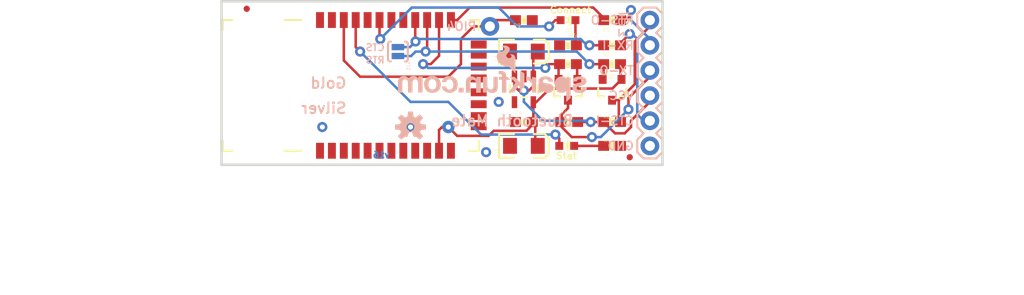
<source format=kicad_pcb>
(kicad_pcb (version 20211014) (generator pcbnew)
  (layers (0 "F.Cu" signal) (31 "B.Cu" signal) (34 "B.Paste" user) (35 "F.Paste" user) (36 "B.SilkS" user "B.Silkscreen") (37 "F.SilkS" user "F.Silkscreen") (38 "B.Mask" user) (39 "F.Mask" user) (44 "Edge.Cuts" user))
  (net 0 "")
  (net 1 "GND")
  (net 2 "TX")
  (net 3 "3.3V")
  (net 4 "TX_5V")
  (net 5 "D1")
  (net 6 "RX")
  (net 7 "RX_5V")
  (net 8 "VCC")
  (net 9 "RTS")
  (net 10 "RTS_5V")
  (net 11 "CTS")
  (net 12 "CTS_5V")
  (net 13 "D2")
  (net 14 "N$1")
  (net 15 "N$2")
  (net 16 "PIO4")
  (footprint "boardEagle:FIDUCIAL-1X2.5" (layer "F.Cu") (at 167.4241 112.4966)
    (fp_text reference "JP4" hide)
    (fp_text value "FIDUCIAL1X2.5" hide)
    (pad "1" smd roundrect (at 0 0) (size 0.635 0.635) (layers "F.Cu" "F.Mask") (roundrect_rratio 0.5))
  )
  (footprint "boardEagle:FIDUCIAL-1X2.5" (layer "F.Cu") (at 128.8161 97.5106)
    (fp_text reference "JP1" hide)
    (fp_text value "FIDUCIAL1X2.5" hide)
    (pad "1" smd roundrect (at 0 0) (size 0.635 0.635) (layers "F.Cu" "F.Mask") (roundrect_rratio 0.5))
  )
  (footprint "boardEagle:0603-RES" (layer "F.Cu") (at 165.6461 101.1936)
    (fp_text reference "R2" (at -0.9398 0.9525) (layer "F.SilkS") (effects (font (size 0.376489 0.376489) (thickness 0.029911)) (justify left)))
    (fp_text value "10K")
    (pad "1" smd rect (at -0.85 0) (size 1.1 1) (layers "F.Cu" "F.Paste" "F.Mask") (net 11 "CTS"))
    (pad "2" smd rect (at 0.85 0) (size 1.1 1) (layers "F.Cu" "F.Paste" "F.Mask") (net 12 "CTS_5V"))
  )
  (footprint "boardEagle:0603-RES" (layer "F.Cu") (at 165.6461 111.3536)
    (fp_text reference "R1" (at -0.8636 -0.5461) (layer "F.SilkS") (effects (font (size 0.376489 0.376489) (thickness 0.029911)) (justify left)))
    (fp_text value "330")
    (pad "1" smd rect (at -0.85 0) (size 1.1 1) (layers "F.Cu" "F.Paste" "F.Mask") (net 5 "D1"))
    (pad "2" smd rect (at 0.85 0) (size 1.1 1) (layers "F.Cu" "F.Paste" "F.Mask") (net 1 "GND"))
  )
  (footprint "boardEagle:EIA3216" (layer "F.Cu") (at 156.7561 101.8286)
    (fp_text reference "C1" (at -2.7018 1.0856 90) (layer "F.SilkS") (effects (font (size 0.376489 0.376489) (thickness 0.029911)) (justify left)))
    (fp_text value "10uF")
    (pad "A" smd rect (at 1.4 0 90) (size 1.6 1.4) (layers "F.Cu" "F.Paste" "F.Mask") (net 8 "VCC"))
    (pad "C" smd rect (at -1.4 0 90) (size 1.6 1.4) (layers "F.Cu" "F.Paste" "F.Mask") (net 1 "GND"))
  )
  (footprint "boardEagle:SOT23-3" (layer "F.Cu") (at 161.2011 105.6386 180)
    (fp_text reference "Q1" (at -0.4572 1.2192) (layer "F.SilkS") (effects (font (size 0.376489 0.376489) (thickness 0.029911)) (justify right)))
    (fp_text value "MOSFET-NCHANNELSMD")
    (pad "1" smd rect (at -0.95 1 180) (size 0.8 0.9) (layers "F.Cu" "F.Paste" "F.Mask") (net 3 "3.3V"))
    (pad "2" smd rect (at 0.95 1 180) (size 0.8 0.9) (layers "F.Cu" "F.Paste" "F.Mask") (net 2 "TX"))
    (pad "3" smd rect (at 0 -1.1 180) (size 0.8 0.9) (layers "F.Cu" "F.Paste" "F.Mask") (net 4 "TX_5V"))
  )
  (footprint "boardEagle:CREATIVE_COMMONS" (layer "F.Cu") (at 124.263979 123.4186)
    (fp_text reference "FRAME1" hide)
    (fp_text value "FRAME-LETTER" hide)
  )
  (footprint "boardEagle:0603-RES" (layer "F.Cu") (at 161.3281 108.9406 180)
    (fp_text reference "R4" (at 0.1524 0.9779) (layer "F.SilkS") (effects (font (size 0.376489 0.376489) (thickness 0.029911)) (justify right)))
    (fp_text value "10K")
    (pad "1" smd rect (at -0.85 0 180) (size 1.1 1) (layers "F.Cu" "F.Paste" "F.Mask") (net 8 "VCC"))
    (pad "2" smd rect (at 0.85 0 180) (size 1.1 1) (layers "F.Cu" "F.Paste" "F.Mask") (net 4 "TX_5V"))
  )
  (footprint "boardEagle:1X01NS" (layer "F.Cu") (at 153.3271 99.2886)
    (fp_text reference "JP2" hide)
    (fp_text value "M01SMDNS" hide)
    (pad "1" thru_hole circle (at 0 0 90) (size 1.8796 1.8796) (drill 1.016) (layers *.Cu *.Mask) (net 16 "PIO4"))
  )
  (footprint "boardEagle:EIA3216" (layer "F.Cu") (at 156.7561 111.3536)
    (fp_text reference "C3" (at -2.7526 1.0668 90) (layer "F.SilkS") (effects (font (size 0.376489 0.376489) (thickness 0.029911)) (justify left)))
    (fp_text value "10uF")
    (pad "A" smd rect (at 1.4 0 90) (size 1.6 1.4) (layers "F.Cu" "F.Paste" "F.Mask") (net 3 "3.3V"))
    (pad "C" smd rect (at -1.4 0 90) (size 1.6 1.4) (layers "F.Cu" "F.Paste" "F.Mask") (net 1 "GND"))
  )
  (footprint "boardEagle:0603-RES" (layer "F.Cu") (at 156.7561 98.6536 180)
    (fp_text reference "R9" (at 0.3048 -0.5715) (layer "F.SilkS") (effects (font (size 0.376489 0.376489) (thickness 0.029911)) (justify right)))
    (fp_text value "10K")
    (pad "1" smd rect (at -0.85 0 180) (size 1.1 1) (layers "F.Cu" "F.Paste" "F.Mask") (net 1 "GND"))
    (pad "2" smd rect (at 0.85 0 180) (size 1.1 1) (layers "F.Cu" "F.Paste" "F.Mask") (net 16 "PIO4"))
  )
  (footprint "boardEagle:0603-RES" (layer "F.Cu") (at 165.6461 103.0986 180)
    (fp_text reference "R7" (at 1.0192 -0.9881) (layer "F.SilkS") (effects (font (size 0.376489 0.376489) (thickness 0.029911)) (justify left)))
    (fp_text value "10K")
    (pad "1" smd rect (at -0.85 0 180) (size 1.1 1) (layers "F.Cu" "F.Paste" "F.Mask") (net 3 "3.3V"))
    (pad "2" smd rect (at 0.85 0 180) (size 1.1 1) (layers "F.Cu" "F.Paste" "F.Mask") (net 9 "RTS"))
  )
  (footprint "boardEagle:0603-RES" (layer "F.Cu") (at 161.2011 101.1936 180)
    (fp_text reference "R6" (at -0.889 0.9525) (layer "F.SilkS") (effects (font (size 0.376489 0.376489) (thickness 0.029911)) (justify right)))
    (fp_text value "330")
    (pad "1" smd rect (at -0.85 0 180) (size 1.1 1) (layers "F.Cu" "F.Paste" "F.Mask") (net 13 "D2"))
    (pad "2" smd rect (at 0.85 0 180) (size 1.1 1) (layers "F.Cu" "F.Paste" "F.Mask") (net 1 "GND"))
  )
  (footprint "boardEagle:0603-RES" (layer "F.Cu") (at 165.6461 98.6536)
    (fp_text reference "R5" (at -0.9652 1.0033) (layer "F.SilkS") (effects (font (size 0.376489 0.376489) (thickness 0.029911)) (justify left)))
    (fp_text value "10K")
    (pad "1" smd rect (at -0.85 0) (size 1.1 1) (layers "F.Cu" "F.Paste" "F.Mask") (net 6 "RX"))
    (pad "2" smd rect (at 0.85 0) (size 1.1 1) (layers "F.Cu" "F.Paste" "F.Mask") (net 7 "RX_5V"))
  )
  (footprint "boardEagle:0603-CAP" (layer "F.Cu") (at 156.7561 108.9406 180)
    (fp_text reference "C4" (at 0.1524 0.9017) (layer "F.SilkS") (effects (font (size 0.376489 0.376489) (thickness 0.029911)) (justify right)))
    (fp_text value "1uF")
    (pad "1" smd rect (at -0.85 0 180) (size 1.1 1) (layers "F.Cu" "F.Paste" "F.Mask") (net 3 "3.3V"))
    (pad "2" smd rect (at 0.85 0 180) (size 1.1 1) (layers "F.Cu" "F.Paste" "F.Mask") (net 1 "GND"))
  )
  (footprint "boardEagle:0603-RES" (layer "F.Cu") (at 161.2011 103.0986 180)
    (fp_text reference "R3" (at 0.2794 0.9271) (layer "F.SilkS") (effects (font (size 0.376489 0.376489) (thickness 0.029911)) (justify right)))
    (fp_text value "10K")
    (pad "1" smd rect (at -0.85 0 180) (size 1.1 1) (layers "F.Cu" "F.Paste" "F.Mask") (net 3 "3.3V"))
    (pad "2" smd rect (at 0.85 0 180) (size 1.1 1) (layers "F.Cu" "F.Paste" "F.Mask") (net 2 "TX"))
  )
  (footprint "boardEagle:RN41" (layer "F.Cu") (at 142.8021 105.2446)
    (fp_text reference "U1" hide)
    (fp_text value "BLUETOOTH-RN41" hide)
    (pad "1" smd rect (at -6.6 6.6 180) (size 0.8 1.6) (layers "F.Cu" "F.Paste" "F.Mask") (net 1 "GND"))
    (pad "2" smd rect (at -5.4 6.6 180) (size 0.8 1.6) (layers "F.Cu" "F.Paste" "F.Mask"))
    (pad "3" smd rect (at -4.2 6.6 180) (size 0.8 1.6) (layers "F.Cu" "F.Paste" "F.Mask"))
    (pad "4" smd rect (at -3 6.6 180) (size 0.8 1.6) (layers "F.Cu" "F.Paste" "F.Mask"))
    (pad "5" smd rect (at -1.8 6.6 180) (size 0.8 1.6) (layers "F.Cu" "F.Paste" "F.Mask"))
    (pad "6" smd rect (at -0.6 6.6 180) (size 0.8 1.6) (layers "F.Cu" "F.Paste" "F.Mask"))
    (pad "7" smd rect (at 0.6 6.6 180) (size 0.8 1.6) (layers "F.Cu" "F.Paste" "F.Mask"))
    (pad "8" smd rect (at 1.8 6.6 180) (size 0.8 1.6) (layers "F.Cu" "F.Paste" "F.Mask"))
    (pad "9" smd rect (at 3 6.6 180) (size 0.8 1.6) (layers "F.Cu" "F.Paste" "F.Mask"))
    (pad "10" smd rect (at 4.2 6.6 180) (size 0.8 1.6) (layers "F.Cu" "F.Paste" "F.Mask"))
    (pad "11" smd rect (at 5.4 6.6 180) (size 0.8 1.6) (layers "F.Cu" "F.Paste" "F.Mask") (net 3 "3.3V"))
    (pad "12" smd rect (at 6.6 6.6 180) (size 0.8 1.6) (layers "F.Cu" "F.Paste" "F.Mask") (net 1 "GND"))
    (pad "13" smd rect (at 6.6 -6.6) (size 0.8 1.6) (layers "F.Cu" "F.Paste" "F.Mask") (net 6 "RX"))
    (pad "14" smd rect (at 5.4 -6.6) (size 0.8 1.6) (layers "F.Cu" "F.Paste" "F.Mask") (net 2 "TX"))
    (pad "15" smd rect (at 4.2 -6.6) (size 0.8 1.6) (layers "F.Cu" "F.Paste" "F.Mask") (net 9 "RTS"))
    (pad "16" smd rect (at 3 -6.6) (size 0.8 1.6) (layers "F.Cu" "F.Paste" "F.Mask") (net 11 "CTS"))
    (pad "17" smd rect (at 1.8 -6.6) (size 0.8 1.6) (layers "F.Cu" "F.Paste" "F.Mask"))
    (pad "18" smd rect (at 0.6 -6.6) (size 0.8 1.6) (layers "F.Cu" "F.Paste" "F.Mask"))
    (pad "19" smd rect (at -0.6 -6.6) (size 0.8 1.6) (layers "F.Cu" "F.Paste" "F.Mask") (net 15 "N$2"))
    (pad "20" smd rect (at -1.8 -6.6) (size 0.8 1.6) (layers "F.Cu" "F.Paste" "F.Mask"))
    (pad "21" smd rect (at -3 -6.6) (size 0.8 1.6) (layers "F.Cu" "F.Paste" "F.Mask") (net 14 "N$1"))
    (pad "22" smd rect (at -4.2 -6.6) (size 0.8 1.6) (layers "F.Cu" "F.Paste" "F.Mask") (net 16 "PIO4"))
    (pad "23" smd rect (at -5.4 -6.6) (size 0.8 1.6) (layers "F.Cu" "F.Paste" "F.Mask"))
    (pad "24" smd rect (at -6.6 -6.6) (size 0.8 1.6) (layers "F.Cu" "F.Paste" "F.Mask"))
    (pad "28" smd rect (at 9.4 -3.1 90) (size 0.8 1.6) (layers "F.Cu" "F.Paste" "F.Mask") (net 1 "GND"))
    (pad "29" smd rect (at 9.4 3.1 90) (size 0.8 1.6) (layers "F.Cu" "F.Paste" "F.Mask") (net 1 "GND"))
    (pad "30" smd rect (at 9.4 -4.1222 90) (size 0.8 1.6) (layers "F.Cu" "F.Paste" "F.Mask"))
    (pad "31" smd rect (at 9.4 -1.9 90) (size 0.8 1.6) (layers "F.Cu" "F.Paste" "F.Mask"))
    (pad "32" smd rect (at 9.4 -0.7 90) (size 0.8 1.6) (layers "F.Cu" "F.Paste" "F.Mask"))
    (pad "33" smd rect (at 9.4 0.7 90) (size 0.8 1.6) (layers "F.Cu" "F.Paste" "F.Mask"))
    (pad "34" smd rect (at 9.4 1.9 90) (size 0.8 1.6) (layers "F.Cu" "F.Paste" "F.Mask"))
    (pad "35" smd rect (at 9.4 4.1222 90) (size 0.8 1.6) (layers "F.Cu" "F.Paste" "F.Mask"))
  )
  (footprint "boardEagle:SOT23-5" (layer "F.Cu") (at 156.7561 105.6386 180)
    (fp_text reference "U3" (at 1.994 0.334 90) (layer "F.SilkS") (effects (font (size 0.376489 0.376489) (thickness 0.029911)) (justify right)))
    (fp_text value "V_REG_LDOSMD" hide)
    (pad "1" smd rect (at -0.95 1.3001 180) (size 0.55 1.2) (layers "F.Cu" "F.Paste" "F.Mask") (net 8 "VCC"))
    (pad "2" smd rect (at 0 1.3001 180) (size 0.55 1.2) (layers "F.Cu" "F.Paste" "F.Mask") (net 1 "GND"))
    (pad "3" smd rect (at 0.95 1.3001 180) (size 0.55 1.2) (layers "F.Cu" "F.Paste" "F.Mask") (net 8 "VCC"))
    (pad "4" smd rect (at 0.95 -1.3001 180) (size 0.55 1.2) (layers "F.Cu" "F.Paste" "F.Mask"))
    (pad "5" smd rect (at -0.95 -1.3001 180) (size 0.55 1.2) (layers "F.Cu" "F.Paste" "F.Mask") (net 3 "3.3V"))
  )
  (footprint "boardEagle:REVISION" (layer "F.Cu") (at 135.8011 126.0856)
    (fp_text reference "U$2" hide)
    (fp_text value "REVISION" hide)
  )
  (footprint "boardEagle:0603-RES" (layer "F.Cu") (at 165.6461 108.9406)
    (fp_text reference "R8" (at -0.9144 -0.5207) (layer "F.SilkS") (effects (font (size 0.376489 0.376489) (thickness 0.029911)) (justify left)))
    (fp_text value "10K")
    (pad "1" smd rect (at -0.85 0) (size 1.1 1) (layers "F.Cu" "F.Paste" "F.Mask") (net 8 "VCC"))
    (pad "2" smd rect (at 0.85 0) (size 1.1 1) (layers "F.Cu" "F.Paste" "F.Mask") (net 10 "RTS_5V"))
  )
  (footprint "boardEagle:LED-0603" (layer "F.Cu") (at 161.0741 111.3536 -90)
    (fp_text reference "D1" (at -0.6223 0.2286) (layer "F.SilkS") (effects (font (size 0.376489 0.376489) (thickness 0.029911)) (justify left)))
    (fp_text value "Red")
    (pad "A" smd rect (at 0 0.75 270) (size 0.8 0.8) (layers "F.Cu" "F.Paste" "F.Mask") (net 14 "N$1"))
    (pad "C" smd rect (at 0 -0.75 270) (size 0.8 0.8) (layers "F.Cu" "F.Paste" "F.Mask") (net 5 "D1"))
  )
  (footprint "boardEagle:LED-0603" (layer "F.Cu") (at 161.2011 98.6536 -90)
    (fp_text reference "D2" (at 1.0541 0.3048) (layer "F.SilkS") (effects (font (size 0.376489 0.376489) (thickness 0.029911)) (justify left)))
    (fp_text value "Green")
    (pad "A" smd rect (at 0 0.75 270) (size 0.8 0.8) (layers "F.Cu" "F.Paste" "F.Mask") (net 15 "N$2"))
    (pad "C" smd rect (at 0 -0.75 270) (size 0.8 0.8) (layers "F.Cu" "F.Paste" "F.Mask") (net 13 "D2"))
  )
  (footprint "boardEagle:SOT23-3" (layer "F.Cu") (at 165.6461 105.6386 180)
    (fp_text reference "Q2" (at -0.381 1.27) (layer "F.SilkS") (effects (font (size 0.376489 0.376489) (thickness 0.029911)) (justify right)))
    (fp_text value "MOSFET-NCHANNELSMD")
    (pad "1" smd rect (at -0.95 1 180) (size 0.8 0.9) (layers "F.Cu" "F.Paste" "F.Mask") (net 3 "3.3V"))
    (pad "2" smd rect (at 0.95 1 180) (size 0.8 0.9) (layers "F.Cu" "F.Paste" "F.Mask") (net 9 "RTS"))
    (pad "3" smd rect (at 0 -1.1 180) (size 0.8 0.9) (layers "F.Cu" "F.Paste" "F.Mask") (net 10 "RTS_5V"))
  )
  (footprint "boardEagle:SJ_2S-NO" (layer "B.Cu") (at 144.0561 101.8286 90)
    (fp_text reference "SJ1" (at -0.908 1.27 270) (layer "B.SilkS") (effects (font (size 0.373888 0.373888) (thickness 0.032512)) (justify left bottom mirror)))
    (fp_text value "SOLDERJUMPERNO")
    (pad "1" smd rect (at -0.45 0 90) (size 0.635 1.27) (layers "B.Cu" "B.Mask") (net 9 "RTS"))
    (pad "2" smd rect (at 0.45 0 90) (size 0.635 1.27) (layers "B.Cu" "B.Mask") (net 11 "CTS"))
  )
  (footprint "boardEagle:1X06" (layer "B.Cu") (at 169.4561 98.6536 -90)
    (fp_text reference "JP3" (at -1.3462 1.8288 90) (layer "B.SilkS") (effects (font (size 1.143 1.143) (thickness 0.127)) (justify left bottom mirror)))
    (fp_text value "")
    (pad "1" thru_hole circle (at 0 0 180) (size 1.8796 1.8796) (drill 1.016) (layers *.Cu *.Mask) (net 10 "RTS_5V"))
    (pad "2" thru_hole circle (at 2.54 0 180) (size 1.8796 1.8796) (drill 1.016) (layers *.Cu *.Mask) (net 7 "RX_5V"))
    (pad "3" thru_hole circle (at 5.08 0 180) (size 1.8796 1.8796) (drill 1.016) (layers *.Cu *.Mask) (net 4 "TX_5V"))
    (pad "4" thru_hole circle (at 7.62 0 180) (size 1.8796 1.8796) (drill 1.016) (layers *.Cu *.Mask) (net 8 "VCC"))
    (pad "5" thru_hole circle (at 10.16 0 180) (size 1.8796 1.8796) (drill 1.016) (layers *.Cu *.Mask) (net 12 "CTS_5V"))
    (pad "6" thru_hole circle (at 12.7 0 180) (size 1.8796 1.8796) (drill 1.016) (layers *.Cu *.Mask) (net 1 "GND"))
  )
  (footprint "boardEagle:SFE-NEW-WEBLOGO" (layer "B.Cu") (at 163.1061 106.9086 180)
    (fp_text reference "U$1" hide)
    (fp_text value "LOGO-SFENEW" hide)
  )
  (footprint "boardEagle:PAD.03X.05" (layer "B.Cu") (at 149.1361 109.4486 180)
    (fp_text reference "TP1" hide)
    (fp_text value "" hide)
    (pad "P$1" smd roundrect (at 0 0 180) (size 1.27 1.27) (layers "B.Cu" "B.Mask") (roundrect_rratio 0.5) (net 3 "3.3V"))
  )
  (footprint "boardEagle:OSHW-LOGO-S" (layer "B.Cu") (at 145.3261 109.4486 180)
    (fp_text reference "LOGO1" hide)
    (fp_text value "OSHW-LOGOS" hide)
  )
  (gr_line (start 126.2761 96.7486) (end 170.7261 96.7486) (layer "Edge.Cuts") (width 0.254))
  (gr_line (start 126.2761 113.2586) (end 126.2761 96.7486) (layer "Edge.Cuts") (width 0.254))
  (gr_line (start 170.7261 96.7486) (end 170.7261 113.2586) (layer "Edge.Cuts") (width 0.254))
  (gr_line (start 170.7261 113.2586) (end 126.2761 113.2586) (layer "Edge.Cuts") (width 0.254))
  (gr_text "v16" (at 143.2941 112.6236) (layer "B.Cu") (effects (font (size 0.6096 0.6096) (thickness 0.2032)) (justify left bottom mirror)))
  (gr_text "Silver" (at 138.9761 108.1786) (layer "B.SilkS") (effects (font (size 1.0795 1.0795) (thickness 0.1905)) (justify left bottom mirror)))
  (gr_text "CTS-I" (at 167.9321 109.3216) (layer "B.SilkS") (effects (font (size 0.8636 0.8636) (thickness 0.1524)) (justify left bottom mirror)))
  (gr_text "VCC" (at 167.9321 106.7816) (layer "B.SilkS") (effects (font (size 0.8636 0.8636) (thickness 0.1524)) (justify left bottom mirror)))
  (gr_text "RTS" (at 142.7861 103.0986) (layer "B.SilkS") (effects (font (size 0.69088 0.69088) (thickness 0.12192)) (justify left bottom mirror)))
  (gr_text "CTS" (at 142.7861 101.8286) (layer "B.SilkS") (effects (font (size 0.69088 0.69088) (thickness 0.12192)) (justify left bottom mirror)))
  (gr_text "RX-I" (at 167.9321 101.7016) (layer "B.SilkS") (effects (font (size 0.8636 0.8636) (thickness 0.1524)) (justify left bottom mirror)))
  (gr_text "RTS-O" (at 167.9321 99.1616) (layer "B.SilkS") (effects (font (size 0.8636 0.8636) (thickness 0.1524)) (justify left bottom mirror)))
  (gr_text "PIO4" (at 152.0571 99.7966) (layer "B.SilkS") (effects (font (size 0.8636 0.8636) (thickness 0.1524)) (justify left bottom mirror)))
  (gr_text "GND" (at 167.9321 111.8616) (layer "B.SilkS") (effects (font (size 0.8636 0.8636) (thickness 0.1524)) (justify left bottom mirror)))
  (gr_text "Bluetooth Mate" (at 161.8361 109.4486) (layer "B.SilkS") (effects (font (size 1.0795 1.0795) (thickness 0.1905)) (justify left bottom mirror)))
  (gr_text "TX-O" (at 167.9321 104.2416) (layer "B.SilkS") (effects (font (size 0.8636 0.8636) (thickness 0.1524)) (justify left bottom mirror)))
  (gr_text "Gold" (at 138.9761 105.6386) (layer "B.SilkS") (effects (font (size 1.0795 1.0795) (thickness 0.1905)) (justify left bottom mirror)))
  (gr_text "Stat" (at 159.9311 112.7506) (layer "F.SilkS") (effects (font (size 0.69088 0.69088) (thickness 0.12192)) (justify left bottom)))
  (gr_text "Connect" (at 159.2961 98.0186) (layer "F.SilkS") (effects (font (size 0.69088 0.69088) (thickness 0.12192)) (justify left bottom)))
  (segment (start 149.4021 111.8446) (end 149.2801 111.8446) (width 0.254) (layer "F.Cu") (net 1))
  (segment (start 149.2801 111.8446) (end 149.1361 111.9886) (width 0.254) (layer "F.Cu") (net 1))
  (via (at 145.3261 109.4486) (size 1.016) (drill 0.508) (layers "F.Cu" "B.Cu") (net 1))
  (via (at 152.9461 111.9886) (size 1.016) (drill 0.508) (layers "F.Cu" "B.Cu") (net 1))
  (via (at 154.2161 106.9086) (size 1.016) (drill 0.508) (layers "F.Cu" "B.Cu") (net 1))
  (via (at 136.4361 109.4486) (size 1.016) (drill 0.508) (layers "F.Cu" "B.Cu") (net 1))
  (segment (start 160.3511 103.0986) (end 159.2961 103.0986) (width 0.254) (layer "F.Cu") (net 2))
  (segment (start 160.2511 103.1986) (end 160.3511 103.0986) (width 0.254) (layer "F.Cu") (net 2))
  (segment (start 146.5961 103.0986) (end 147.3581 103.0986) (width 0.254) (layer "F.Cu") (net 2))
  (segment (start 147.3581 103.0986) (end 148.2021 102.2546) (width 0.254) (layer "F.Cu") (net 2))
  (segment (start 148.2021 102.2546) (end 148.2021 98.6446) (width 0.254) (layer "F.Cu") (net 2))
  (segment (start 160.2511 104.6386) (end 160.2511 103.1986) (width 0.254) (layer "F.Cu") (net 2))
  (segment (start 159.2961 103.0986) (end 158.9151 103.4796) (width 0.254) (layer "F.Cu") (net 2))
  (via (at 158.9151 103.4796) (size 1.016) (drill 0.508) (layers "F.Cu" "B.Cu") (net 2))
  (via (at 146.5961 103.0986) (size 1.016) (drill 0.508) (layers "F.Cu" "B.Cu") (net 2))
  (segment (start 146.7231 103.0986) (end 146.5961 103.0986) (width 0.254) (layer "B.Cu") (net 2))
  (segment (start 147.1041 103.4796) (end 146.7231 103.0986) (width 0.254) (layer "B.Cu") (net 2))
  (segment (start 147.1041 103.4796) (end 158.9151 103.4796) (width 0.254) (layer "B.Cu") (net 2))
  (segment (start 157.7061 106.9387) (end 157.7061 108.8406) (width 0.254) (layer "F.Cu") (net 3))
  (segment (start 157.0101 109.8296) (end 153.7081 109.8296) (width 0.254) (layer "F.Cu") (net 3))
  (segment (start 150.0251 110.3376) (end 153.2001 110.3376) (width 0.254) (layer "F.Cu") (net 3))
  (segment (start 159.3723 105.5624) (end 162.2171 105.5624) (width 0.254) (layer "F.Cu") (net 3))
  (segment (start 162.1511 104.6386) (end 162.1249 104.6386) (width 0.254) (layer "F.Cu") (net 3))
  (segment (start 148.2021 111.8446) (end 148.2021 109.7476) (width 0.254) (layer "F.Cu") (net 3))
  (segment (start 161.8361 103.3136) (end 162.0511 103.0986) (width 0.254) (layer "F.Cu") (net 3))
  (segment (start 157.7061 108.8406) (end 157.6061 108.9406) (width 0.254) (layer "F.Cu") (net 3))
  (segment (start 166.4961 103.0986) (end 166.4961 104.3296) (width 0.254) (layer "F.Cu") (net 3))
  (segment (start 153.7081 109.8296) (end 153.2001 110.3376) (width 0.254) (layer "F.Cu") (net 3))
  (segment (start 157.8991 109.3216) (end 157.8991 111.0966) (width 0.254) (layer "F.Cu") (net 3))
  (segment (start 157.6061 108.9406) (end 157.6061 109.1066) (width 0.254) (layer "F.Cu") (net 3))
  (segment (start 157.7061 106.9387) (end 157.996 106.9387) (width 0.254) (layer "F.Cu") (net 3))
  (segment (start 166.5961 104.6386) (end 166.5961 104.4296) (width 0.254) (layer "F.Cu") (net 3))
  (segment (start 148.5011 109.4486) (end 149.1361 109.4486) (width 0.254) (layer "F.Cu") (net 3))
  (segment (start 162.1511 105.4964) (end 162.2171 105.5624) (width 0.254) (layer "F.Cu") (net 3))
  (segment (start 157.8991 111.0966) (end 158.1561 111.3536) (width 0.254) (layer "F.Cu") (net 3))
  (segment (start 162.1249 103.1724) (end 162.0511 103.0986) (width 0.254) (layer "F.Cu") (net 3))
  (segment (start 162.2171 105.5624) (end 165.6723 105.5624) (width 0.254) (layer "F.Cu") (net 3))
  (segment (start 149.1361 109.4486) (end 150.0251 110.3376) (width 0.254) (layer "F.Cu") (net 3))
  (segment (start 157.3911 109.4486) (end 157.0101 109.8296) (width 0.254) (layer "F.Cu") (net 3))
  (segment (start 166.5961 104.4296) (end 166.4961 104.3296) (width 0.254) (layer "F.Cu") (net 3))
  (segment (start 157.6061 109.1066) (end 157.3911 109.3216) (width 0.254) (layer "F.Cu") (net 3))
  (segment (start 157.996 106.9387) (end 159.3723 105.5624) (width 0.254) (layer "F.Cu") (net 3))
  (segment (start 157.3911 109.3216) (end 157.3911 109.4486) (width 0.254) (layer "F.Cu") (net 3))
  (segment (start 165.6723 105.5624) (end 166.5961 104.6386) (width 0.254) (layer "F.Cu") (net 3))
  (segment (start 157.3911 109.3216) (end 157.8991 109.3216) (width 0.254) (layer "F.Cu") (net 3))
  (segment (start 148.2021 109.7476) (end 148.5011 109.4486) (width 0.254) (layer "F.Cu") (net 3))
  (segment (start 162.1249 104.6386) (end 162.1249 103.1724) (width 0.254) (layer "F.Cu") (net 3))
  (segment (start 162.1511 104.6386) (end 162.1511 105.4964) (width 0.254) (layer "F.Cu") (net 3))
  (via (at 149.1361 109.4486) (size 1.016) (drill 0.508) (layers "F.Cu" "B.Cu") (net 3))
  (segment (start 161.5821 110.4646) (end 160.5661 109.4486) (width 0.254) (layer "F.Cu") (net 4))
  (segment (start 160.5661 109.0286) (end 160.4781 108.9406) (width 0.254) (layer "F.Cu") (net 4))
  (segment (start 160.5661 109.4486) (end 160.5661 109.0286) (width 0.254) (layer "F.Cu") (net 4))
  (segment (start 163.6141 110.4646) (end 161.5821 110.4646) (width 0.254) (layer "F.Cu") (net 4))
  (segment (start 167.2971 107.6706) (end 167.2971 106.5276) (width 0.254) (layer "F.Cu") (net 4))
  (segment (start 160.5661 108.1786) (end 160.5661 108.8526) (width 0.254) (layer "F.Cu") (net 4))
  (segment (start 169.4561 104.3686) (end 169.4561 103.7336) (width 0.254) (layer "F.Cu") (net 4))
  (segment (start 161.2011 106.7386) (end 161.2011 107.5436) (width 0.254) (layer "F.Cu") (net 4))
  (segment (start 160.5661 108.8526) (end 160.4781 108.9406) (width 0.254) (layer "F.Cu") (net 4))
  (segment (start 167.2971 106.5276) (end 169.4561 104.3686) (width 0.254) (layer "F.Cu") (net 4))
  (segment (start 161.2011 107.5436) (end 160.5661 108.1786) (width 0.254) (layer "F.Cu") (net 4))
  (via (at 167.2971 107.6706) (size 1.016) (drill 0.508) (layers "F.Cu" "B.Cu") (net 4))
  (via (at 163.6141 110.4646) (size 1.016) (drill 0.508) (layers "F.Cu" "B.Cu") (net 4))
  (segment (start 163.6141 110.4646) (end 164.5031 110.4646) (width 0.254) (layer "B.Cu") (net 4))
  (segment (start 164.5031 110.4646) (end 167.2971 107.6706) (width 0.254) (layer "B.Cu") (net 4))
  (segment (start 161.8241 111.3536) (end 164.7961 111.3536) (width 0.254) (layer "F.Cu") (net 5))
  (segment (start 165.0111 111.3536) (end 164.7961 111.3536) (width 0.254) (layer "F.Cu") (net 5))
  (segment (start 164.7961 98.6536) (end 164.7961 98.4386) (width 0.254) (layer "F.Cu") (net 6))
  (segment (start 149.4111 98.6536) (end 150.0251 98.6536) (width 0.254) (layer "F.Cu") (net 6))
  (segment (start 163.7411 97.3836) (end 151.2951 97.3836) (width 0.254) (layer "F.Cu") (net 6))
  (segment (start 151.2951 97.3836) (end 150.0251 98.6536) (width 0.254) (layer "F.Cu") (net 6))
  (segment (start 149.4021 98.6446) (end 149.4111 98.6536) (width 0.254) (layer "F.Cu") (net 6))
  (segment (start 164.7961 98.4386) (end 163.7411 97.3836) (width 0.254) (layer "F.Cu") (net 6))
  (segment (start 167.0431 98.6536) (end 167.5511 98.1456) (width 0.254) (layer "F.Cu") (net 7))
  (segment (start 166.4961 98.6536) (end 167.0431 98.6536) (width 0.254) (layer "F.Cu") (net 7))
  (segment (start 167.5511 98.1456) (end 167.5511 97.6376) (width 0.254) (layer "F.Cu") (net 7))
  (segment (start 166.4961 98.6536) (end 166.4961 98.4386) (width 0.254) (layer "F.Cu") (net 7))
  (via (at 167.5511 97.6376) (size 1.016) (drill 0.508) (layers "F.Cu" "B.Cu") (net 7))
  (segment (start 167.5511 98.6536) (end 169.4561 100.5586) (width 0.254) (layer "B.Cu") (net 7))
  (segment (start 169.4561 100.5586) (end 169.4561 101.1936) (width 0.254) (layer "B.Cu") (net 7))
  (segment (start 167.5511 97.6376) (end 167.5511 98.6536) (width 0.254) (layer "B.Cu") (net 7))
  (segment (start 158.1531 101.8286) (end 158.1561 101.8286) (width 0.254) (layer "F.Cu") (net 8))
  (segment (start 166.9161 110.0836) (end 167.5511 109.4486) (width 0.254) (layer "F.Cu") (net 8))
  (segment (start 162.9791 108.9406) (end 163.1061 108.8136) (width 0.254) (layer "F.Cu") (net 8))
  (segment (start 157.7061 102.2756) (end 158.1531 101.8286) (width 0.254) (layer "F.Cu") (net 8))
  (segment (start 157.7061 105.3236) (end 157.7061 104.3385) (width 0.254) (layer "F.Cu") (net 8))
  (segment (start 157.7061 104.3385) (end 157.7061 102.2756) (width 0.254) (layer "F.Cu") (net 8))
  (segment (start 167.5511 109.4486) (end 167.5511 108.8136) (width 0.254) (layer "F.Cu") (net 8))
  (segment (start 165.9391 110.0836) (end 164.7961 108.9406) (width 0.254) (layer "F.Cu") (net 8))
  (segment (start 162.1781 108.9406) (end 162.9791 108.9406) (width 0.254) (layer "F.Cu") (net 8))
  (segment (start 169.4561 106.2736) (end 169.4561 106.9086) (width 0.254) (layer "F.Cu") (net 8))
  (segment (start 169.4561 106.9086) (end 167.5511 108.8136) (width 0.254) (layer "F.Cu") (net 8))
  (segment (start 156.2481 105.7656) (end 156.7561 105.7656) (width 0.254) (layer "F.Cu") (net 8))
  (segment (start 163.4871 108.9406) (end 164.7961 108.9406) (width 0.254) (layer "F.Cu") (net 8))
  (segment (start 156.7561 105.7656) (end 157.2641 105.7656) (width 0.254) (layer "F.Cu") (net 8))
  (segment (start 165.9391 110.0836) (end 166.9161 110.0836) (width 0.254) (layer "F.Cu") (net 8))
  (segment (start 162.1781 108.9406) (end 163.4871 108.9406) (width 0.254) (layer "F.Cu") (net 8))
  (segment (start 157.2641 105.7656) (end 157.7061 105.3236) (width 0.254) (layer "F.Cu") (net 8))
  (segment (start 155.8061 105.3236) (end 155.8061 104.3385) (width 0.254) (layer "F.Cu") (net 8))
  (segment (start 156.2481 105.7656) (end 155.8061 105.3236) (width 0.254) (layer "F.Cu") (net 8))
  (via (at 156.7561 105.7656) (size 1.016) (drill 0.508) (layers "F.Cu" "B.Cu") (net 8))
  (via (at 163.4871 108.9406) (size 1.016) (drill 0.508) (layers "F.Cu" "B.Cu") (net 8))
  (segment (start 163.3601 108.8136) (end 163.4871 108.9406) (width 0.254) (layer "B.Cu") (net 8))
  (segment (start 156.7561 105.7656) (end 156.7561 106.9086) (width 0.254) (layer "B.Cu") (net 8))
  (segment (start 156.7561 106.9086) (end 158.6611 108.8136) (width 0.254) (layer "B.Cu") (net 8))
  (segment (start 158.6611 108.8136) (end 163.3601 108.8136) (width 0.254) (layer "B.Cu") (net 8))
  (segment (start 164.7961 103.0986) (end 164.7961 104.5386) (width 0.254) (layer "F.Cu") (net 9))
  (segment (start 146.8501 101.8286) (end 147.0021 101.6766) (width 0.254) (layer "F.Cu") (net 9))
  (segment (start 164.7961 104.5386) (end 164.6961 104.6386) (width 0.254) (layer "F.Cu") (net 9))
  (segment (start 147.0021 101.6766) (end 147.0021 98.6446) (width 0.254) (layer "F.Cu") (net 9))
  (segment (start 164.7961 103.0986) (end 163.3601 103.0986) (width 0.254) (layer "F.Cu") (net 9))
  (via (at 146.8501 101.8286) (size 1.016) (drill 0.508) (layers "F.Cu" "B.Cu") (net 9))
  (via (at 163.3601 103.0986) (size 1.016) (drill 0.508) (layers "F.Cu" "B.Cu") (net 9))
  (segment (start 146.8501 101.8286) (end 162.0901 101.8286) (width 0.254) (layer "B.Cu") (net 9))
  (segment (start 144.0561 102.2786) (end 145.3841 102.2786) (width 0.254) (layer "B.Cu") (net 9))
  (segment (start 162.0901 101.8286) (end 163.3601 103.0986) (width 0.254) (layer "B.Cu") (net 9))
  (segment (start 145.8341 101.8286) (end 146.8501 101.8286) (width 0.254) (layer "B.Cu") (net 9))
  (segment (start 145.3841 102.2786) (end 145.8341 101.8286) (width 0.254) (layer "B.Cu") (net 9))
  (segment (start 166.3241 106.7386) (end 167.9321 105.1306) (width 0.254) (layer "F.Cu") (net 10))
  (segment (start 166.3241 106.7386) (end 166.3241 108.7686) (width 0.254) (layer "F.Cu") (net 10))
  (segment (start 165.6461 106.7386) (end 166.3241 106.7386) (width 0.254) (layer "F.Cu") (net 10))
  (segment (start 167.9321 100.8126) (end 169.4561 99.2886) (width 0.254) (layer "F.Cu") (net 10))
  (segment (start 169.4561 99.2886) (end 169.4561 98.6536) (width 0.254) (layer "F.Cu") (net 10))
  (segment (start 167.9321 105.1306) (end 167.9321 100.8126) (width 0.254) (layer "F.Cu") (net 10))
  (segment (start 166.3241 108.7686) (end 166.4961 108.9406) (width 0.254) (layer "F.Cu") (net 10))
  (segment (start 164.7961 101.1936) (end 163.3601 101.1936) (width 0.254) (layer "F.Cu") (net 11))
  (segment (start 145.8021 100.7806) (end 145.8021 98.6446) (width 0.254) (layer "F.Cu") (net 11))
  (segment (start 164.7961 101.1936) (end 164.7961 100.8516) (width 0.254) (layer "F.Cu") (net 11))
  (segment (start 145.8341 100.8126) (end 145.8021 100.7806) (width 0.254) (layer "F.Cu") (net 11))
  (via (at 145.8341 100.8126) (size 1.016) (drill 0.508) (layers "F.Cu" "B.Cu") (net 11))
  (via (at 163.3601 101.1936) (size 1.016) (drill 0.508) (layers "F.Cu" "B.Cu") (net 11))
  (segment (start 163.3601 101.4476) (end 162.4711 100.5586) (width 0.254) (layer "B.Cu") (net 11))
  (segment (start 146.0881 100.5586) (end 145.8341 100.8126) (width 0.254) (layer "B.Cu") (net 11))
  (segment (start 163.3601 101.1936) (end 163.3601 101.4476) (width 0.254) (layer "B.Cu") (net 11))
  (segment (start 144.0561 101.3786) (end 145.2681 101.3786) (width 0.254) (layer "B.Cu") (net 11))
  (segment (start 145.2681 101.3786) (end 145.8341 100.8126) (width 0.254) (layer "B.Cu") (net 11))
  (segment (start 162.4711 100.5586) (end 146.0881 100.5586) (width 0.254) (layer "B.Cu") (net 11))
  (segment (start 166.6231 100.8516) (end 167.4241 100.0506) (width 0.254) (layer "F.Cu") (net 12))
  (segment (start 166.4961 100.8516) (end 166.6231 100.8516) (width 0.254) (layer "F.Cu") (net 12))
  (segment (start 166.4961 101.1936) (end 166.4961 100.8516) (width 0.254) (layer "F.Cu") (net 12))
  (via (at 167.4241 100.0506) (size 1.016) (drill 0.508) (layers "F.Cu" "B.Cu") (net 12))
  (segment (start 167.6781 100.0506) (end 168.1861 100.5586) (width 0.254) (layer "B.Cu") (net 12))
  (segment (start 167.4241 100.0506) (end 167.5511 99.9236) (width 0.254) (layer "B.Cu") (net 12))
  (segment (start 168.1861 100.5586) (end 168.1861 108.1786) (width 0.254) (layer "B.Cu") (net 12))
  (segment (start 167.4241 100.0506) (end 167.6781 100.0506) (width 0.254) (layer "B.Cu") (net 12))
  (segment (start 168.8211 108.8136) (end 169.4561 108.8136) (width 0.254) (layer "B.Cu") (net 12))
  (segment (start 168.8211 108.8136) (end 168.1861 108.1786) (width 0.254) (layer "B.Cu") (net 12))
  (segment (start 161.9511 101.0936) (end 162.0511 101.1936) (width 0.254) (layer "F.Cu") (net 13))
  (segment (start 161.9511 98.6536) (end 161.9511 101.0936) (width 0.254) (layer "F.Cu") (net 13))
  (segment (start 140.2461 101.8286) (end 139.8021 101.3846) (width 0.254) (layer "F.Cu") (net 14))
  (segment (start 160.3241 111.3536) (end 160.3241 110.6036) (width 0.254) (layer "F.Cu") (net 14))
  (segment (start 160.3241 110.6036) (end 159.9311 110.2106) (width 0.254) (layer "F.Cu") (net 14))
  (segment (start 139.8021 101.3846) (end 139.8021 98.6446) (width 0.254) (layer "F.Cu") (net 14))
  (via (at 140.2461 101.8286) (size 1.016) (drill 0.508) (layers "F.Cu" "B.Cu") (net 14))
  (via (at 159.9311 110.2106) (size 1.016) (drill 0.508) (layers "F.Cu" "B.Cu") (net 14))
  (segment (start 159.9311 110.2106) (end 152.4381 110.2106) (width 0.254) (layer "B.Cu") (net 14))
  (segment (start 152.4381 110.2106) (end 149.1361 106.9086) (width 0.254) (layer "B.Cu") (net 14))
  (segment (start 140.2461 101.8286) (end 145.3261 106.9086) (width 0.254) (layer "B.Cu") (net 14))
  (segment (start 145.3261 106.9086) (end 149.1361 106.9086) (width 0.254) (layer "B.Cu") (net 14))
  (segment (start 142.2021 98.6446) (end 142.2021 100.4826) (width 0.254) (layer "F.Cu") (net 15))
  (segment (start 142.2021 100.4826) (end 142.2781 100.5586) (width 0.254) (layer "F.Cu") (net 15))
  (segment (start 159.9311 98.6536) (end 159.2961 99.2886) (width 0.254) (layer "F.Cu") (net 15))
  (segment (start 160.4511 98.6536) (end 159.9311 98.6536) (width 0.254) (layer "F.Cu") (net 15))
  (via (at 159.2961 99.2886) (size 1.016) (drill 0.508) (layers "F.Cu" "B.Cu") (net 15))
  (via (at 142.2781 100.5586) (size 1.016) (drill 0.508) (layers "F.Cu" "B.Cu") (net 15))
  (segment (start 159.2961 99.2886) (end 156.1211 99.2886) (width 0.254) (layer "B.Cu") (net 15))
  (segment (start 145.4531 97.3836) (end 142.2781 100.5586) (width 0.254) (layer "B.Cu") (net 15))
  (segment (start 154.2161 97.3836) (end 145.4531 97.3836) (width 0.254) (layer "B.Cu") (net 15))
  (segment (start 156.1211 99.2886) (end 154.2161 97.3836) (width 0.254) (layer "B.Cu") (net 15))
  (segment (start 140.2461 104.3686) (end 149.1361 104.3686) (width 0.254) (layer "F.Cu") (net 16))
  (segment (start 151.6761 99.2886) (end 153.3271 99.2886) (width 0.254) (layer "F.Cu") (net 16))
  (segment (start 149.1361 104.3686) (end 150.4061 103.0986) (width 0.254) (layer "F.Cu") (net 16))
  (segment (start 140.2461 104.3686) (end 138.6021 102.7246) (width 0.254) (layer "F.Cu") (net 16))
  (segment (start 155.9061 98.6536) (end 153.9621 98.6536) (width 0.254) (layer "F.Cu") (net 16))
  (segment (start 138.6021 102.7246) (end 138.6021 98.6446) (width 0.254) (layer "F.Cu") (net 16))
  (segment (start 150.4061 103.0986) (end 150.4061 100.5586) (width 0.254) (layer "F.Cu") (net 16))
  (segment (start 153.9621 98.6536) (end 153.3271 99.2886) (width 0.254) (layer "F.Cu") (net 16))
  (segment (start 150.4061 100.5586) (end 151.6761 99.2886) (width 0.254) (layer "F.Cu") (net 16))
)
</source>
